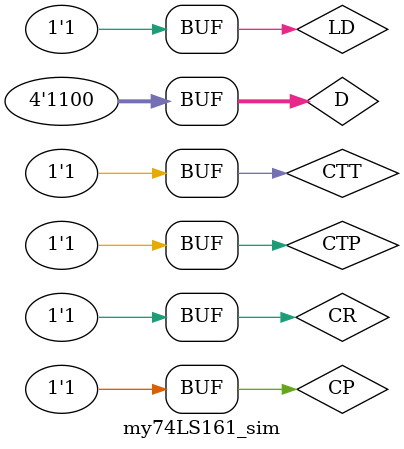
<source format=v>
`timescale 1ns / 1ps


module my74LS161_sim;

	// Inputs
	reg CP;
	reg CTP;
	reg CTT;
	reg CR;
	reg LD;
	reg [3:0] D;

	// Outputs
	wire [3:0] Q;
	wire Co;
	// Instantiate the Unit Under Test (UUT)
	my74LS161 uut (
		.CP(CP), 
		.CTP(CTP), 
		.CTT(CTT), 
		.CR(CR), 
		.LD(LD), 
		.D(D), 
		.Q(Q),
		.Co(Co)
	);
	always begin
		CP = 0;
		#20;
		CP = 1;
		#20;
	end
	initial begin
		CR = 0;
		D = 4'b1100;
		CTP = 0;
		CTT = 0;
		LD = 1;
		#100;
		CR = 1;
		LD = 1;
		CTT = 0;
		CTP = 0;
		#30 CR = 0;
		#20 CR = 1;
		#10 LD = 0;
		#30 CTT = 1;
		CTP = 1;
		#10 LD = 1;
		#510;
		CR = 0;
		#20 CR = 1;
		#500;
	end

      
endmodule


</source>
